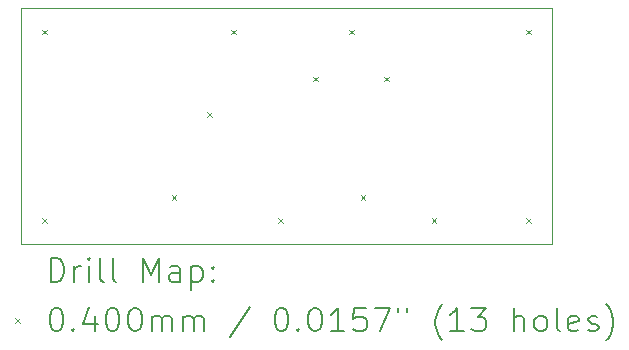
<source format=gbr>
%TF.GenerationSoftware,KiCad,Pcbnew,7.0.7*%
%TF.CreationDate,2023-09-08T15:53:02-04:00*%
%TF.ProjectId,AD8367AGCAmp,41443833-3637-4414-9743-416d702e6b69,rev?*%
%TF.SameCoordinates,PX6422c40PY52f83c0*%
%TF.FileFunction,Drillmap*%
%TF.FilePolarity,Positive*%
%FSLAX45Y45*%
G04 Gerber Fmt 4.5, Leading zero omitted, Abs format (unit mm)*
G04 Created by KiCad (PCBNEW 7.0.7) date 2023-09-08 15:53:02*
%MOMM*%
%LPD*%
G01*
G04 APERTURE LIST*
%ADD10C,0.100000*%
%ADD11C,0.200000*%
%ADD12C,0.040000*%
G04 APERTURE END LIST*
D10*
X2720000Y0D02*
X0Y0D01*
X0Y0D02*
X0Y-1610000D01*
X4500000Y-2000000D02*
X4500000Y-800000D01*
X0Y-2000000D02*
X4500000Y-2000000D01*
X4500000Y0D02*
X2720000Y0D01*
X0Y-1610000D02*
X0Y-2000000D01*
X4500000Y-800000D02*
X4500000Y0D01*
D11*
D12*
X180000Y-180000D02*
X220000Y-220000D01*
X220000Y-180000D02*
X180000Y-220000D01*
X180000Y-1780000D02*
X220000Y-1820000D01*
X220000Y-1780000D02*
X180000Y-1820000D01*
X1280000Y-1580000D02*
X1320000Y-1620000D01*
X1320000Y-1580000D02*
X1280000Y-1620000D01*
X1580000Y-880000D02*
X1620000Y-920000D01*
X1620000Y-880000D02*
X1580000Y-920000D01*
X1780000Y-180000D02*
X1820000Y-220000D01*
X1820000Y-180000D02*
X1780000Y-220000D01*
X2180000Y-1780000D02*
X2220000Y-1820000D01*
X2220000Y-1780000D02*
X2180000Y-1820000D01*
X2480000Y-580000D02*
X2520000Y-620000D01*
X2520000Y-580000D02*
X2480000Y-620000D01*
X2780000Y-180000D02*
X2820000Y-220000D01*
X2820000Y-180000D02*
X2780000Y-220000D01*
X2880000Y-1580000D02*
X2920000Y-1620000D01*
X2920000Y-1580000D02*
X2880000Y-1620000D01*
X3080000Y-580000D02*
X3120000Y-620000D01*
X3120000Y-580000D02*
X3080000Y-620000D01*
X3480000Y-1780000D02*
X3520000Y-1820000D01*
X3520000Y-1780000D02*
X3480000Y-1820000D01*
X4280000Y-180000D02*
X4320000Y-220000D01*
X4320000Y-180000D02*
X4280000Y-220000D01*
X4280000Y-1780000D02*
X4320000Y-1820000D01*
X4320000Y-1780000D02*
X4280000Y-1820000D01*
D11*
X255777Y-2316484D02*
X255777Y-2116484D01*
X255777Y-2116484D02*
X303396Y-2116484D01*
X303396Y-2116484D02*
X331967Y-2126008D01*
X331967Y-2126008D02*
X351015Y-2145055D01*
X351015Y-2145055D02*
X360539Y-2164103D01*
X360539Y-2164103D02*
X370062Y-2202198D01*
X370062Y-2202198D02*
X370062Y-2230770D01*
X370062Y-2230770D02*
X360539Y-2268865D01*
X360539Y-2268865D02*
X351015Y-2287912D01*
X351015Y-2287912D02*
X331967Y-2306960D01*
X331967Y-2306960D02*
X303396Y-2316484D01*
X303396Y-2316484D02*
X255777Y-2316484D01*
X455777Y-2316484D02*
X455777Y-2183150D01*
X455777Y-2221246D02*
X465301Y-2202198D01*
X465301Y-2202198D02*
X474824Y-2192674D01*
X474824Y-2192674D02*
X493872Y-2183150D01*
X493872Y-2183150D02*
X512920Y-2183150D01*
X579586Y-2316484D02*
X579586Y-2183150D01*
X579586Y-2116484D02*
X570063Y-2126008D01*
X570063Y-2126008D02*
X579586Y-2135531D01*
X579586Y-2135531D02*
X589110Y-2126008D01*
X589110Y-2126008D02*
X579586Y-2116484D01*
X579586Y-2116484D02*
X579586Y-2135531D01*
X703396Y-2316484D02*
X684348Y-2306960D01*
X684348Y-2306960D02*
X674824Y-2287912D01*
X674824Y-2287912D02*
X674824Y-2116484D01*
X808158Y-2316484D02*
X789110Y-2306960D01*
X789110Y-2306960D02*
X779586Y-2287912D01*
X779586Y-2287912D02*
X779586Y-2116484D01*
X1036729Y-2316484D02*
X1036729Y-2116484D01*
X1036729Y-2116484D02*
X1103396Y-2259341D01*
X1103396Y-2259341D02*
X1170063Y-2116484D01*
X1170063Y-2116484D02*
X1170063Y-2316484D01*
X1351015Y-2316484D02*
X1351015Y-2211722D01*
X1351015Y-2211722D02*
X1341491Y-2192674D01*
X1341491Y-2192674D02*
X1322444Y-2183150D01*
X1322444Y-2183150D02*
X1284348Y-2183150D01*
X1284348Y-2183150D02*
X1265301Y-2192674D01*
X1351015Y-2306960D02*
X1331967Y-2316484D01*
X1331967Y-2316484D02*
X1284348Y-2316484D01*
X1284348Y-2316484D02*
X1265301Y-2306960D01*
X1265301Y-2306960D02*
X1255777Y-2287912D01*
X1255777Y-2287912D02*
X1255777Y-2268865D01*
X1255777Y-2268865D02*
X1265301Y-2249817D01*
X1265301Y-2249817D02*
X1284348Y-2240293D01*
X1284348Y-2240293D02*
X1331967Y-2240293D01*
X1331967Y-2240293D02*
X1351015Y-2230770D01*
X1446253Y-2183150D02*
X1446253Y-2383150D01*
X1446253Y-2192674D02*
X1465301Y-2183150D01*
X1465301Y-2183150D02*
X1503396Y-2183150D01*
X1503396Y-2183150D02*
X1522443Y-2192674D01*
X1522443Y-2192674D02*
X1531967Y-2202198D01*
X1531967Y-2202198D02*
X1541491Y-2221246D01*
X1541491Y-2221246D02*
X1541491Y-2278389D01*
X1541491Y-2278389D02*
X1531967Y-2297436D01*
X1531967Y-2297436D02*
X1522443Y-2306960D01*
X1522443Y-2306960D02*
X1503396Y-2316484D01*
X1503396Y-2316484D02*
X1465301Y-2316484D01*
X1465301Y-2316484D02*
X1446253Y-2306960D01*
X1627205Y-2297436D02*
X1636729Y-2306960D01*
X1636729Y-2306960D02*
X1627205Y-2316484D01*
X1627205Y-2316484D02*
X1617682Y-2306960D01*
X1617682Y-2306960D02*
X1627205Y-2297436D01*
X1627205Y-2297436D02*
X1627205Y-2316484D01*
X1627205Y-2192674D02*
X1636729Y-2202198D01*
X1636729Y-2202198D02*
X1627205Y-2211722D01*
X1627205Y-2211722D02*
X1617682Y-2202198D01*
X1617682Y-2202198D02*
X1627205Y-2192674D01*
X1627205Y-2192674D02*
X1627205Y-2211722D01*
D12*
X-45000Y-2625000D02*
X-5000Y-2665000D01*
X-5000Y-2625000D02*
X-45000Y-2665000D01*
D11*
X293872Y-2536484D02*
X312920Y-2536484D01*
X312920Y-2536484D02*
X331967Y-2546008D01*
X331967Y-2546008D02*
X341491Y-2555531D01*
X341491Y-2555531D02*
X351015Y-2574579D01*
X351015Y-2574579D02*
X360539Y-2612674D01*
X360539Y-2612674D02*
X360539Y-2660293D01*
X360539Y-2660293D02*
X351015Y-2698389D01*
X351015Y-2698389D02*
X341491Y-2717436D01*
X341491Y-2717436D02*
X331967Y-2726960D01*
X331967Y-2726960D02*
X312920Y-2736484D01*
X312920Y-2736484D02*
X293872Y-2736484D01*
X293872Y-2736484D02*
X274824Y-2726960D01*
X274824Y-2726960D02*
X265301Y-2717436D01*
X265301Y-2717436D02*
X255777Y-2698389D01*
X255777Y-2698389D02*
X246253Y-2660293D01*
X246253Y-2660293D02*
X246253Y-2612674D01*
X246253Y-2612674D02*
X255777Y-2574579D01*
X255777Y-2574579D02*
X265301Y-2555531D01*
X265301Y-2555531D02*
X274824Y-2546008D01*
X274824Y-2546008D02*
X293872Y-2536484D01*
X446253Y-2717436D02*
X455777Y-2726960D01*
X455777Y-2726960D02*
X446253Y-2736484D01*
X446253Y-2736484D02*
X436729Y-2726960D01*
X436729Y-2726960D02*
X446253Y-2717436D01*
X446253Y-2717436D02*
X446253Y-2736484D01*
X627205Y-2603150D02*
X627205Y-2736484D01*
X579586Y-2526960D02*
X531967Y-2669817D01*
X531967Y-2669817D02*
X655777Y-2669817D01*
X770062Y-2536484D02*
X789110Y-2536484D01*
X789110Y-2536484D02*
X808158Y-2546008D01*
X808158Y-2546008D02*
X817682Y-2555531D01*
X817682Y-2555531D02*
X827205Y-2574579D01*
X827205Y-2574579D02*
X836729Y-2612674D01*
X836729Y-2612674D02*
X836729Y-2660293D01*
X836729Y-2660293D02*
X827205Y-2698389D01*
X827205Y-2698389D02*
X817682Y-2717436D01*
X817682Y-2717436D02*
X808158Y-2726960D01*
X808158Y-2726960D02*
X789110Y-2736484D01*
X789110Y-2736484D02*
X770062Y-2736484D01*
X770062Y-2736484D02*
X751015Y-2726960D01*
X751015Y-2726960D02*
X741491Y-2717436D01*
X741491Y-2717436D02*
X731967Y-2698389D01*
X731967Y-2698389D02*
X722443Y-2660293D01*
X722443Y-2660293D02*
X722443Y-2612674D01*
X722443Y-2612674D02*
X731967Y-2574579D01*
X731967Y-2574579D02*
X741491Y-2555531D01*
X741491Y-2555531D02*
X751015Y-2546008D01*
X751015Y-2546008D02*
X770062Y-2536484D01*
X960539Y-2536484D02*
X979586Y-2536484D01*
X979586Y-2536484D02*
X998634Y-2546008D01*
X998634Y-2546008D02*
X1008158Y-2555531D01*
X1008158Y-2555531D02*
X1017682Y-2574579D01*
X1017682Y-2574579D02*
X1027205Y-2612674D01*
X1027205Y-2612674D02*
X1027205Y-2660293D01*
X1027205Y-2660293D02*
X1017682Y-2698389D01*
X1017682Y-2698389D02*
X1008158Y-2717436D01*
X1008158Y-2717436D02*
X998634Y-2726960D01*
X998634Y-2726960D02*
X979586Y-2736484D01*
X979586Y-2736484D02*
X960539Y-2736484D01*
X960539Y-2736484D02*
X941491Y-2726960D01*
X941491Y-2726960D02*
X931967Y-2717436D01*
X931967Y-2717436D02*
X922443Y-2698389D01*
X922443Y-2698389D02*
X912920Y-2660293D01*
X912920Y-2660293D02*
X912920Y-2612674D01*
X912920Y-2612674D02*
X922443Y-2574579D01*
X922443Y-2574579D02*
X931967Y-2555531D01*
X931967Y-2555531D02*
X941491Y-2546008D01*
X941491Y-2546008D02*
X960539Y-2536484D01*
X1112920Y-2736484D02*
X1112920Y-2603150D01*
X1112920Y-2622198D02*
X1122444Y-2612674D01*
X1122444Y-2612674D02*
X1141491Y-2603150D01*
X1141491Y-2603150D02*
X1170063Y-2603150D01*
X1170063Y-2603150D02*
X1189110Y-2612674D01*
X1189110Y-2612674D02*
X1198634Y-2631722D01*
X1198634Y-2631722D02*
X1198634Y-2736484D01*
X1198634Y-2631722D02*
X1208158Y-2612674D01*
X1208158Y-2612674D02*
X1227205Y-2603150D01*
X1227205Y-2603150D02*
X1255777Y-2603150D01*
X1255777Y-2603150D02*
X1274825Y-2612674D01*
X1274825Y-2612674D02*
X1284348Y-2631722D01*
X1284348Y-2631722D02*
X1284348Y-2736484D01*
X1379586Y-2736484D02*
X1379586Y-2603150D01*
X1379586Y-2622198D02*
X1389110Y-2612674D01*
X1389110Y-2612674D02*
X1408158Y-2603150D01*
X1408158Y-2603150D02*
X1436729Y-2603150D01*
X1436729Y-2603150D02*
X1455777Y-2612674D01*
X1455777Y-2612674D02*
X1465301Y-2631722D01*
X1465301Y-2631722D02*
X1465301Y-2736484D01*
X1465301Y-2631722D02*
X1474824Y-2612674D01*
X1474824Y-2612674D02*
X1493872Y-2603150D01*
X1493872Y-2603150D02*
X1522443Y-2603150D01*
X1522443Y-2603150D02*
X1541491Y-2612674D01*
X1541491Y-2612674D02*
X1551015Y-2631722D01*
X1551015Y-2631722D02*
X1551015Y-2736484D01*
X1941491Y-2526960D02*
X1770063Y-2784103D01*
X2198634Y-2536484D02*
X2217682Y-2536484D01*
X2217682Y-2536484D02*
X2236729Y-2546008D01*
X2236729Y-2546008D02*
X2246253Y-2555531D01*
X2246253Y-2555531D02*
X2255777Y-2574579D01*
X2255777Y-2574579D02*
X2265301Y-2612674D01*
X2265301Y-2612674D02*
X2265301Y-2660293D01*
X2265301Y-2660293D02*
X2255777Y-2698389D01*
X2255777Y-2698389D02*
X2246253Y-2717436D01*
X2246253Y-2717436D02*
X2236729Y-2726960D01*
X2236729Y-2726960D02*
X2217682Y-2736484D01*
X2217682Y-2736484D02*
X2198634Y-2736484D01*
X2198634Y-2736484D02*
X2179587Y-2726960D01*
X2179587Y-2726960D02*
X2170063Y-2717436D01*
X2170063Y-2717436D02*
X2160539Y-2698389D01*
X2160539Y-2698389D02*
X2151015Y-2660293D01*
X2151015Y-2660293D02*
X2151015Y-2612674D01*
X2151015Y-2612674D02*
X2160539Y-2574579D01*
X2160539Y-2574579D02*
X2170063Y-2555531D01*
X2170063Y-2555531D02*
X2179587Y-2546008D01*
X2179587Y-2546008D02*
X2198634Y-2536484D01*
X2351015Y-2717436D02*
X2360539Y-2726960D01*
X2360539Y-2726960D02*
X2351015Y-2736484D01*
X2351015Y-2736484D02*
X2341491Y-2726960D01*
X2341491Y-2726960D02*
X2351015Y-2717436D01*
X2351015Y-2717436D02*
X2351015Y-2736484D01*
X2484348Y-2536484D02*
X2503396Y-2536484D01*
X2503396Y-2536484D02*
X2522444Y-2546008D01*
X2522444Y-2546008D02*
X2531968Y-2555531D01*
X2531968Y-2555531D02*
X2541491Y-2574579D01*
X2541491Y-2574579D02*
X2551015Y-2612674D01*
X2551015Y-2612674D02*
X2551015Y-2660293D01*
X2551015Y-2660293D02*
X2541491Y-2698389D01*
X2541491Y-2698389D02*
X2531968Y-2717436D01*
X2531968Y-2717436D02*
X2522444Y-2726960D01*
X2522444Y-2726960D02*
X2503396Y-2736484D01*
X2503396Y-2736484D02*
X2484348Y-2736484D01*
X2484348Y-2736484D02*
X2465301Y-2726960D01*
X2465301Y-2726960D02*
X2455777Y-2717436D01*
X2455777Y-2717436D02*
X2446253Y-2698389D01*
X2446253Y-2698389D02*
X2436729Y-2660293D01*
X2436729Y-2660293D02*
X2436729Y-2612674D01*
X2436729Y-2612674D02*
X2446253Y-2574579D01*
X2446253Y-2574579D02*
X2455777Y-2555531D01*
X2455777Y-2555531D02*
X2465301Y-2546008D01*
X2465301Y-2546008D02*
X2484348Y-2536484D01*
X2741491Y-2736484D02*
X2627206Y-2736484D01*
X2684348Y-2736484D02*
X2684348Y-2536484D01*
X2684348Y-2536484D02*
X2665301Y-2565055D01*
X2665301Y-2565055D02*
X2646253Y-2584103D01*
X2646253Y-2584103D02*
X2627206Y-2593627D01*
X2922444Y-2536484D02*
X2827206Y-2536484D01*
X2827206Y-2536484D02*
X2817682Y-2631722D01*
X2817682Y-2631722D02*
X2827206Y-2622198D01*
X2827206Y-2622198D02*
X2846253Y-2612674D01*
X2846253Y-2612674D02*
X2893872Y-2612674D01*
X2893872Y-2612674D02*
X2912920Y-2622198D01*
X2912920Y-2622198D02*
X2922444Y-2631722D01*
X2922444Y-2631722D02*
X2931967Y-2650770D01*
X2931967Y-2650770D02*
X2931967Y-2698389D01*
X2931967Y-2698389D02*
X2922444Y-2717436D01*
X2922444Y-2717436D02*
X2912920Y-2726960D01*
X2912920Y-2726960D02*
X2893872Y-2736484D01*
X2893872Y-2736484D02*
X2846253Y-2736484D01*
X2846253Y-2736484D02*
X2827206Y-2726960D01*
X2827206Y-2726960D02*
X2817682Y-2717436D01*
X2998634Y-2536484D02*
X3131967Y-2536484D01*
X3131967Y-2536484D02*
X3046253Y-2736484D01*
X3198634Y-2536484D02*
X3198634Y-2574579D01*
X3274825Y-2536484D02*
X3274825Y-2574579D01*
X3570063Y-2812674D02*
X3560539Y-2803150D01*
X3560539Y-2803150D02*
X3541491Y-2774579D01*
X3541491Y-2774579D02*
X3531968Y-2755531D01*
X3531968Y-2755531D02*
X3522444Y-2726960D01*
X3522444Y-2726960D02*
X3512920Y-2679341D01*
X3512920Y-2679341D02*
X3512920Y-2641246D01*
X3512920Y-2641246D02*
X3522444Y-2593627D01*
X3522444Y-2593627D02*
X3531968Y-2565055D01*
X3531968Y-2565055D02*
X3541491Y-2546008D01*
X3541491Y-2546008D02*
X3560539Y-2517436D01*
X3560539Y-2517436D02*
X3570063Y-2507912D01*
X3751015Y-2736484D02*
X3636729Y-2736484D01*
X3693872Y-2736484D02*
X3693872Y-2536484D01*
X3693872Y-2536484D02*
X3674825Y-2565055D01*
X3674825Y-2565055D02*
X3655777Y-2584103D01*
X3655777Y-2584103D02*
X3636729Y-2593627D01*
X3817682Y-2536484D02*
X3941491Y-2536484D01*
X3941491Y-2536484D02*
X3874825Y-2612674D01*
X3874825Y-2612674D02*
X3903396Y-2612674D01*
X3903396Y-2612674D02*
X3922444Y-2622198D01*
X3922444Y-2622198D02*
X3931968Y-2631722D01*
X3931968Y-2631722D02*
X3941491Y-2650770D01*
X3941491Y-2650770D02*
X3941491Y-2698389D01*
X3941491Y-2698389D02*
X3931968Y-2717436D01*
X3931968Y-2717436D02*
X3922444Y-2726960D01*
X3922444Y-2726960D02*
X3903396Y-2736484D01*
X3903396Y-2736484D02*
X3846253Y-2736484D01*
X3846253Y-2736484D02*
X3827206Y-2726960D01*
X3827206Y-2726960D02*
X3817682Y-2717436D01*
X4179587Y-2736484D02*
X4179587Y-2536484D01*
X4265301Y-2736484D02*
X4265301Y-2631722D01*
X4265301Y-2631722D02*
X4255777Y-2612674D01*
X4255777Y-2612674D02*
X4236730Y-2603150D01*
X4236730Y-2603150D02*
X4208158Y-2603150D01*
X4208158Y-2603150D02*
X4189110Y-2612674D01*
X4189110Y-2612674D02*
X4179587Y-2622198D01*
X4389111Y-2736484D02*
X4370063Y-2726960D01*
X4370063Y-2726960D02*
X4360539Y-2717436D01*
X4360539Y-2717436D02*
X4351015Y-2698389D01*
X4351015Y-2698389D02*
X4351015Y-2641246D01*
X4351015Y-2641246D02*
X4360539Y-2622198D01*
X4360539Y-2622198D02*
X4370063Y-2612674D01*
X4370063Y-2612674D02*
X4389111Y-2603150D01*
X4389111Y-2603150D02*
X4417682Y-2603150D01*
X4417682Y-2603150D02*
X4436730Y-2612674D01*
X4436730Y-2612674D02*
X4446253Y-2622198D01*
X4446253Y-2622198D02*
X4455777Y-2641246D01*
X4455777Y-2641246D02*
X4455777Y-2698389D01*
X4455777Y-2698389D02*
X4446253Y-2717436D01*
X4446253Y-2717436D02*
X4436730Y-2726960D01*
X4436730Y-2726960D02*
X4417682Y-2736484D01*
X4417682Y-2736484D02*
X4389111Y-2736484D01*
X4570063Y-2736484D02*
X4551015Y-2726960D01*
X4551015Y-2726960D02*
X4541492Y-2707912D01*
X4541492Y-2707912D02*
X4541492Y-2536484D01*
X4722444Y-2726960D02*
X4703396Y-2736484D01*
X4703396Y-2736484D02*
X4665301Y-2736484D01*
X4665301Y-2736484D02*
X4646253Y-2726960D01*
X4646253Y-2726960D02*
X4636730Y-2707912D01*
X4636730Y-2707912D02*
X4636730Y-2631722D01*
X4636730Y-2631722D02*
X4646253Y-2612674D01*
X4646253Y-2612674D02*
X4665301Y-2603150D01*
X4665301Y-2603150D02*
X4703396Y-2603150D01*
X4703396Y-2603150D02*
X4722444Y-2612674D01*
X4722444Y-2612674D02*
X4731968Y-2631722D01*
X4731968Y-2631722D02*
X4731968Y-2650770D01*
X4731968Y-2650770D02*
X4636730Y-2669817D01*
X4808158Y-2726960D02*
X4827206Y-2736484D01*
X4827206Y-2736484D02*
X4865301Y-2736484D01*
X4865301Y-2736484D02*
X4884349Y-2726960D01*
X4884349Y-2726960D02*
X4893873Y-2707912D01*
X4893873Y-2707912D02*
X4893873Y-2698389D01*
X4893873Y-2698389D02*
X4884349Y-2679341D01*
X4884349Y-2679341D02*
X4865301Y-2669817D01*
X4865301Y-2669817D02*
X4836730Y-2669817D01*
X4836730Y-2669817D02*
X4817682Y-2660293D01*
X4817682Y-2660293D02*
X4808158Y-2641246D01*
X4808158Y-2641246D02*
X4808158Y-2631722D01*
X4808158Y-2631722D02*
X4817682Y-2612674D01*
X4817682Y-2612674D02*
X4836730Y-2603150D01*
X4836730Y-2603150D02*
X4865301Y-2603150D01*
X4865301Y-2603150D02*
X4884349Y-2612674D01*
X4960539Y-2812674D02*
X4970063Y-2803150D01*
X4970063Y-2803150D02*
X4989111Y-2774579D01*
X4989111Y-2774579D02*
X4998634Y-2755531D01*
X4998634Y-2755531D02*
X5008158Y-2726960D01*
X5008158Y-2726960D02*
X5017682Y-2679341D01*
X5017682Y-2679341D02*
X5017682Y-2641246D01*
X5017682Y-2641246D02*
X5008158Y-2593627D01*
X5008158Y-2593627D02*
X4998634Y-2565055D01*
X4998634Y-2565055D02*
X4989111Y-2546008D01*
X4989111Y-2546008D02*
X4970063Y-2517436D01*
X4970063Y-2517436D02*
X4960539Y-2507912D01*
M02*

</source>
